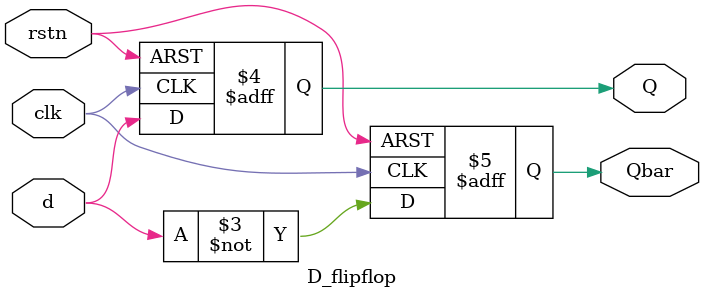
<source format=v>
module D_flipflop (d , rstn , clk , Q , Qbar);
input d , rstn , clk ;
output reg Q , Qbar ;

always @ (posedge clk or negedge rstn) begin
    if (~rstn) begin
        Q <= 0 ;
        Qbar <= 1 ;
    end
    else begin
        Q <= d ;
        Qbar <= ~d ;
    end
end
endmodule 
</source>
